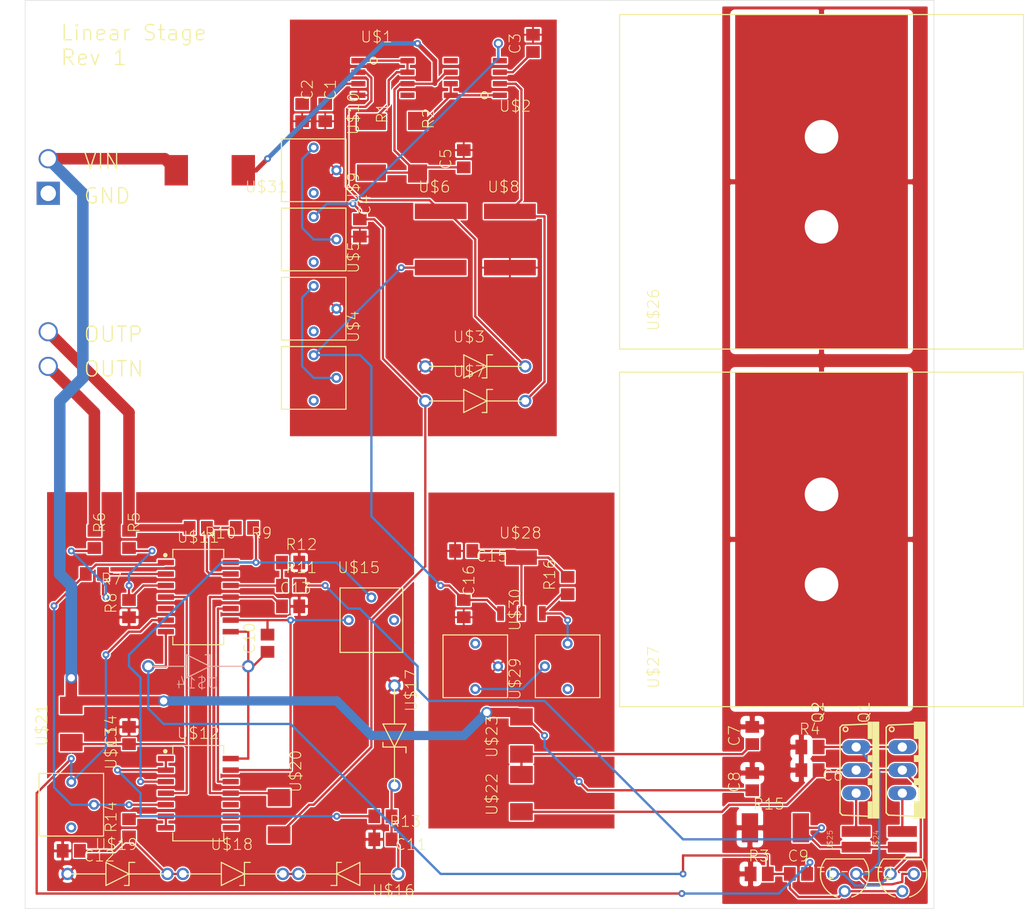
<source format=kicad_pcb>
(kicad_pcb (version 20171130) (host pcbnew "(5.1.8)-1")
  (layers (0 Top signal) (31 Bottom signal) (34 B.Paste user) (35 F.Paste user) (36 B.SilkS user) (37 F.SilkS user) (38 B.Mask user) (39 F.Mask user) (44 Edge.Cuts user))
  (net 0 "")
  (net 1 N$1)
  (net 2 N$2)
  (net 3 PREG)
  (net 4 N$3)
  (net 5 5V)
  (net 6 N$4)
  (net 7 N$5)
  (net 8 N$6)
  (net 9 N$7)
  (net 10 PG3)
  (net 11 AD)
  (net 12 N$9)
  (net 13 N$10)
  (net 14 VIN)
  (net 15 SGP)
  (net 16 VCC)
  (net 17 VGG)
  (net 18 VSET)
  (net 19 ACGP)
  (net 20 N$11)
  (net 21 OUTP)
  (net 22 N$13)
  (net 23 VR)
  (net 24 OUTN)
  (net 25 N$12)
  (net 26 N$8)
  (net 27 ISENSE)
  (net 28 N$16)
  (net 29 VI)
  (net 30 N$14)
  (net 31 N$15)
  (net 32 ISET)
  (net 33 N$17)
  (net 34 IREAD)
  (net 35 VREF)
  (net 36 N$20)
  (net 37 VREAD)
  (net 38 PGP)
  (net 39 N$18)
  (net 40 N$19)
  (net 41 N$21)
  (net 42 V3)
  (net 43 N$24)
  (net 44 DGP)
  (net 45 N$22)
  (net 46 FB3)
  (net 47 FB5)
  (net 48 GND)
  (module C0805 (layer Top) (at 131.5211 67.3736 270)
    (fp_text reference C1 (at -1.27 -1.27 90) (layer F.SilkS) (effects (font (size 1.2065 1.2065) (thickness 0.09652)) (justify left bottom)))
    (fp_text value 1100p)
    (pad 2 smd rect (at 0.95 0 270) (size 1.3 1.5) (layers Top F.Paste F.Mask) (net 15 SGP))
    (pad 1 smd rect (at -0.95 0 270) (size 1.3 1.5) (layers Top F.Paste F.Mask) (net 4 N$3))
  )
  (module C0805 (layer Top) (at 125.1711 125.7936 90)
    (fp_text reference C10 (at -1.27 -1.27 90) (layer F.SilkS) (effects (font (size 1.2065 1.2065) (thickness 0.09652)) (justify left bottom)))
    (fp_text value "")
    (pad 2 smd rect (at 0.95 0 90) (size 1.3 1.5) (layers Top F.Paste F.Mask) (net 31 N$15))
    (pad 1 smd rect (at -0.95 0 90) (size 1.3 1.5) (layers Top F.Paste F.Mask) (net 30 N$14))
  )
  (module C0805 (layer Top) (at 137.8711 147.3836 180)
    (fp_text reference C11 (at -1.27 -1.27) (layer F.SilkS) (effects (font (size 1.2065 1.2065) (thickness 0.09652)) (justify left bottom)))
    (fp_text value "")
    (pad 2 smd rect (at 0.95 0 180) (size 1.3 1.5) (layers Top F.Paste F.Mask) (net 19 ACGP))
    (pad 1 smd rect (at -0.95 0 180) (size 1.3 1.5) (layers Top F.Paste F.Mask) (net 34 IREAD))
  )
  (module C0805 (layer Top) (at 103.5811 148.6536 180)
    (fp_text reference C12 (at -1.27 -1.27) (layer F.SilkS) (effects (font (size 1.2065 1.2065) (thickness 0.09652)) (justify left bottom)))
    (fp_text value "")
    (pad 2 smd rect (at 0.95 0 180) (size 1.3 1.5) (layers Top F.Paste F.Mask) (net 19 ACGP))
    (pad 1 smd rect (at -0.95 0 180) (size 1.3 1.5) (layers Top F.Paste F.Mask) (net 37 VREAD))
  )
  (module C0805 (layer Top) (at 127.7111 121.7296)
    (fp_text reference C13 (at -1.27 -1.27) (layer F.SilkS) (effects (font (size 1.2065 1.2065) (thickness 0.09652)) (justify left bottom)))
    (fp_text value 10u)
    (pad 2 smd rect (at 0.95 0) (size 1.3 1.5) (layers Top F.Paste F.Mask) (net 19 ACGP))
    (pad 1 smd rect (at -0.95 0) (size 1.3 1.5) (layers Top F.Paste F.Mask) (net 17 VGG))
  )
  (module C0805 (layer Top) (at 109.9311 135.9536 90)
    (fp_text reference C14 (at -1.27 -1.27 90) (layer F.SilkS) (effects (font (size 1.2065 1.2065) (thickness 0.09652)) (justify left bottom)))
    (fp_text value 10u)
    (pad 2 smd rect (at 0.95 0 90) (size 1.3 1.5) (layers Top F.Paste F.Mask) (net 19 ACGP))
    (pad 1 smd rect (at -0.95 0 90) (size 1.3 1.5) (layers Top F.Paste F.Mask) (net 16 VCC))
  )
  (module C0805 (layer Top) (at 146.7611 115.6336 180)
    (fp_text reference C15 (at -1.27 -1.27) (layer F.SilkS) (effects (font (size 1.2065 1.2065) (thickness 0.09652)) (justify left bottom)))
    (fp_text value "")
    (pad 2 smd rect (at 0.95 0 180) (size 1.3 1.5) (layers Top F.Paste F.Mask) (net 44 DGP))
    (pad 1 smd rect (at -0.95 0 180) (size 1.3 1.5) (layers Top F.Paste F.Mask) (net 42 V3))
  )
  (module C0805 (layer Top) (at 146.7611 121.9836 270)
    (fp_text reference C16 (at -1.27 -1.27 90) (layer F.SilkS) (effects (font (size 1.2065 1.2065) (thickness 0.09652)) (justify left bottom)))
    (fp_text value "")
    (pad 2 smd rect (at 0.95 0 270) (size 1.3 1.5) (layers Top F.Paste F.Mask) (net 44 DGP))
    (pad 1 smd rect (at -0.95 0 270) (size 1.3 1.5) (layers Top F.Paste F.Mask) (net 5 5V))
  )
  (module C0805 (layer Top) (at 128.9811 67.3736 270)
    (fp_text reference C2 (at -1.27 -1.27 90) (layer F.SilkS) (effects (font (size 1.2065 1.2065) (thickness 0.09652)) (justify left bottom)))
    (fp_text value 10u)
    (pad 2 smd rect (at 0.95 0 270) (size 1.3 1.5) (layers Top F.Paste F.Mask) (net 15 SGP))
    (pad 1 smd rect (at -0.95 0 270) (size 1.3 1.5) (layers Top F.Paste F.Mask) (net 6 N$4))
  )
  (module C0805 (layer Top) (at 154.3811 59.7536 90)
    (fp_text reference C3 (at -1.27 -1.27 90) (layer F.SilkS) (effects (font (size 1.2065 1.2065) (thickness 0.09652)) (justify left bottom)))
    (fp_text value 150p)
    (pad 2 smd rect (at 0.95 0 90) (size 1.3 1.5) (layers Top F.Paste F.Mask) (net 15 SGP))
    (pad 1 smd rect (at -0.95 0 90) (size 1.3 1.5) (layers Top F.Paste F.Mask) (net 8 N$6))
  )
  (module C0805 (layer Top) (at 135.3311 80.0736 270)
    (fp_text reference C4 (at -1.27 -1.27 90) (layer F.SilkS) (effects (font (size 1.2065 1.2065) (thickness 0.09652)) (justify left bottom)))
    (fp_text value 10u)
    (pad 2 smd rect (at 0.95 0 270) (size 1.3 1.5) (layers Top F.Paste F.Mask) (net 15 SGP))
    (pad 1 smd rect (at -0.95 0 270) (size 1.3 1.5) (layers Top F.Paste F.Mask) (net 10 PG3))
  )
  (module C0805 (layer Top) (at 146.7611 72.4536 90)
    (fp_text reference C5 (at -1.27 -1.27 90) (layer F.SilkS) (effects (font (size 1.2065 1.2065) (thickness 0.09652)) (justify left bottom)))
    (fp_text value 10u)
    (pad 2 smd rect (at 0.95 0 90) (size 1.3 1.5) (layers Top F.Paste F.Mask) (net 15 SGP))
    (pad 1 smd rect (at -0.95 0 90) (size 1.3 1.5) (layers Top F.Paste F.Mask) (net 3 PREG))
  )
  (module C0805 (layer Top) (at 184.8611 139.7636 180)
    (fp_text reference C6 (at -1.27 -1.27) (layer F.SilkS) (effects (font (size 1.2065 1.2065) (thickness 0.09652)) (justify left bottom)))
    (fp_text value 10u)
    (pad 2 smd rect (at 0.95 0 180) (size 1.3 1.5) (layers Top F.Paste F.Mask) (net 38 PGP))
    (pad 1 smd rect (at -0.95 0 180) (size 1.3 1.5) (layers Top F.Paste F.Mask) (net 12 N$9))
  )
  (module C0805 (layer Top) (at 178.5111 135.9536 90)
    (fp_text reference C7 (at -1.27 -1.27 90) (layer F.SilkS) (effects (font (size 1.2065 1.2065) (thickness 0.09652)) (justify left bottom)))
    (fp_text value 10u)
    (pad 2 smd rect (at 0.95 0 90) (size 1.3 1.5) (layers Top F.Paste F.Mask) (net 38 PGP))
    (pad 1 smd rect (at -0.95 0 90) (size 1.3 1.5) (layers Top F.Paste F.Mask) (net 39 N$18))
  )
  (module C0805 (layer Top) (at 178.5111 141.0336 90)
    (fp_text reference C8 (at -1.27 -1.27 90) (layer F.SilkS) (effects (font (size 1.2065 1.2065) (thickness 0.09652)) (justify left bottom)))
    (fp_text value 10u)
    (pad 2 smd rect (at 0.95 0 90) (size 1.3 1.5) (layers Top F.Paste F.Mask) (net 38 PGP))
    (pad 1 smd rect (at -0.95 0 90) (size 1.3 1.5) (layers Top F.Paste F.Mask) (net 14 VIN))
  )
  (module C0805 (layer Top) (at 183.5911 151.1936)
    (fp_text reference C9 (at -1.27 -1.27) (layer F.SilkS) (effects (font (size 1.2065 1.2065) (thickness 0.09652)) (justify left bottom)))
    (fp_text value "")
    (pad 2 smd rect (at 0.95 0) (size 1.3 1.5) (layers Top F.Paste F.Mask) (net 25 N$12))
    (pad 1 smd rect (at -0.95 0) (size 1.3 1.5) (layers Top F.Paste F.Mask) (net 11 AD))
  )
  (module TO220AV (layer Top) (at 197.5611 139.7636 270)
    (fp_text reference Q1 (at -5.08 6.0452 90) (layer F.SilkS) (effects (font (size 1.2065 1.2065) (thickness 0.12065)) (justify left bottom)))
    (fp_text value TIP41C)
    (pad E thru_hole oval (at 2.54 2.54) (size 3.048 1.524) (drill 1.016) (layers *.Cu *.Mask) (net 40 N$19))
    (pad C thru_hole oval (at 0 2.54) (size 3.048 1.524) (drill 1.016) (layers *.Cu *.Mask) (net 12 N$9))
    (pad B thru_hole oval (at -2.54 2.54) (size 3.048 1.524) (drill 1.016) (layers *.Cu *.Mask) (net 13 N$10))
  )
  (module TO220AV (layer Top) (at 192.4811 139.7636 270)
    (fp_text reference Q2 (at -5.08 6.0452 90) (layer F.SilkS) (effects (font (size 1.2065 1.2065) (thickness 0.12065)) (justify left bottom)))
    (fp_text value TIP41C)
    (pad E thru_hole oval (at 2.54 2.54) (size 3.048 1.524) (drill 1.016) (layers *.Cu *.Mask) (net 41 N$21))
    (pad C thru_hole oval (at 0 2.54) (size 3.048 1.524) (drill 1.016) (layers *.Cu *.Mask) (net 12 N$9))
    (pad B thru_hole oval (at -2.54 2.54) (size 3.048 1.524) (drill 1.016) (layers *.Cu *.Mask) (net 13 N$10))
  )
  (module R2512 (layer Top) (at 136.6011 71.1836 270)
    (fp_text reference R1 (at -2.54 -1.905 90) (layer F.SilkS) (effects (font (size 1.2065 1.2065) (thickness 0.09652)) (justify left bottom)))
    (fp_text value .3)
    (pad 2 smd rect (at 2.8 0 270) (size 1.8 3.2) (layers Top F.Paste F.Mask) (net 3 PREG))
    (pad 1 smd rect (at -2.8 0 270) (size 1.8 3.2) (layers Top F.Paste F.Mask) (net 2 N$2))
  )
  (module R0805 (layer Top) (at 117.5511 113.0936 180)
    (fp_text reference R10 (at -0.635 -1.27) (layer F.SilkS) (effects (font (size 1.2065 1.2065) (thickness 0.09652)) (justify left bottom)))
    (fp_text value "")
    (pad 2 smd rect (at 0.95 0 180) (size 1.3 1.5) (layers Top F.Paste F.Mask) (net 21 OUTP))
    (pad 1 smd rect (at -0.95 0 180) (size 1.3 1.5) (layers Top F.Paste F.Mask) (net 28 N$16))
  )
  (module R0805 (layer Top) (at 127.7111 119.4436)
    (fp_text reference R11 (at -0.635 -1.27) (layer F.SilkS) (effects (font (size 1.2065 1.2065) (thickness 0.09652)) (justify left bottom)))
    (fp_text value "")
    (pad 2 smd rect (at 0.95 0) (size 1.3 1.5) (layers Top F.Paste F.Mask) (net 27 ISENSE))
    (pad 1 smd rect (at -0.95 0) (size 1.3 1.5) (layers Top F.Paste F.Mask) (net 26 N$8))
  )
  (module R0805 (layer Top) (at 127.7111 116.9036)
    (fp_text reference R12 (at -0.635 -1.27) (layer F.SilkS) (effects (font (size 1.2065 1.2065) (thickness 0.09652)) (justify left bottom)))
    (fp_text value "")
    (pad 2 smd rect (at 0.95 0) (size 1.3 1.5) (layers Top F.Paste F.Mask) (net 19 ACGP))
    (pad 1 smd rect (at -0.95 0) (size 1.3 1.5) (layers Top F.Paste F.Mask) (net 26 N$8))
  )
  (module R0805 (layer Top) (at 137.8711 144.8436 180)
    (fp_text reference R13 (at -0.635 -1.27) (layer F.SilkS) (effects (font (size 1.2065 1.2065) (thickness 0.09652)) (justify left bottom)))
    (fp_text value "")
    (pad 2 smd rect (at 0.95 0 180) (size 1.3 1.5) (layers Top F.Paste F.Mask) (net 33 N$17))
    (pad 1 smd rect (at -0.95 0 180) (size 1.3 1.5) (layers Top F.Paste F.Mask) (net 34 IREAD))
  )
  (module R0805 (layer Top) (at 109.9311 146.1136 90)
    (fp_text reference R14 (at -0.635 -1.27 90) (layer F.SilkS) (effects (font (size 1.2065 1.2065) (thickness 0.09652)) (justify left bottom)))
    (fp_text value "")
    (pad 2 smd rect (at 0.95 0 90) (size 1.3 1.5) (layers Top F.Paste F.Mask) (net 36 N$20))
    (pad 1 smd rect (at -0.95 0 90) (size 1.3 1.5) (layers Top F.Paste F.Mask) (net 37 VREAD))
  )
  (module R2512 (layer Top) (at 181.0511 146.1136)
    (fp_text reference R15 (at -2.54 -1.905) (layer F.SilkS) (effects (font (size 1.2065 1.2065) (thickness 0.09652)) (justify left bottom)))
    (fp_text value "")
    (pad 2 smd rect (at 2.8 0) (size 1.8 3.2) (layers Top F.Paste F.Mask) (net 27 ISENSE))
    (pad 1 smd rect (at -2.8 0) (size 1.8 3.2) (layers Top F.Paste F.Mask) (net 38 PGP))
  )
  (module R0805 (layer Top) (at 158.1911 119.4436 90)
    (fp_text reference R16 (at -0.635 -1.27 90) (layer F.SilkS) (effects (font (size 1.2065 1.2065) (thickness 0.09652)) (justify left bottom)))
    (fp_text value "")
    (pad 2 smd rect (at 0.95 0 90) (size 1.3 1.5) (layers Top F.Paste F.Mask) (net 42 V3))
    (pad 1 smd rect (at -0.95 0 90) (size 1.3 1.5) (layers Top F.Paste F.Mask) (net 43 N$24))
  )
  (module R2512W (layer Top) (at 141.6811 71.1836 270)
    (fp_text reference R2 (at -1.905 -1.905 90) (layer F.SilkS) (effects (font (size 1.2065 1.2065) (thickness 0.09652)) (justify left bottom)))
    (fp_text value .44)
    (pad 2 smd rect (at 2.896 0 270) (size 2 2.1) (layers Top F.Paste F.Mask) (net 3 PREG))
    (pad 1 smd rect (at -2.896 0 270) (size 2 2.1) (layers Top F.Paste F.Mask) (net 7 N$5))
  )
  (module M0805 (layer Top) (at 179.2731 151.1936)
    (fp_text reference R3 (at -1.27 -1.27) (layer F.SilkS) (effects (font (size 1.2065 1.2065) (thickness 0.09652)) (justify left bottom)))
    (fp_text value 6k)
    (pad 2 smd rect (at 0.95 0) (size 1.3 1.6) (layers Top F.Paste F.Mask) (net 11 AD))
    (pad 1 smd rect (at -0.95 0) (size 1.3 1.6) (layers Top F.Paste F.Mask) (net 38 PGP))
  )
  (module M0805 (layer Top) (at 184.8611 137.2236)
    (fp_text reference R4 (at -1.27 -1.27) (layer F.SilkS) (effects (font (size 1.2065 1.2065) (thickness 0.09652)) (justify left bottom)))
    (fp_text value 6k)
    (pad 2 smd rect (at 0.95 0) (size 1.3 1.6) (layers Top F.Paste F.Mask) (net 13 N$10))
    (pad 1 smd rect (at -0.95 0) (size 1.3 1.6) (layers Top F.Paste F.Mask) (net 38 PGP))
  )
  (module R0805 (layer Top) (at 109.9311 114.3636 270)
    (fp_text reference R5 (at -0.635 -1.27 90) (layer F.SilkS) (effects (font (size 1.2065 1.2065) (thickness 0.09652)) (justify left bottom)))
    (fp_text value "")
    (pad 2 smd rect (at 0.95 0 270) (size 1.3 1.5) (layers Top F.Paste F.Mask) (net 20 N$11))
    (pad 1 smd rect (at -0.95 0 270) (size 1.3 1.5) (layers Top F.Paste F.Mask) (net 21 OUTP))
  )
  (module R0805 (layer Top) (at 106.1211 114.3636 270)
    (fp_text reference R6 (at -0.635 -1.27 90) (layer F.SilkS) (effects (font (size 1.2065 1.2065) (thickness 0.09652)) (justify left bottom)))
    (fp_text value "")
    (pad 2 smd rect (at 0.95 0 270) (size 1.3 1.5) (layers Top F.Paste F.Mask) (net 22 N$13))
    (pad 1 smd rect (at -0.95 0 270) (size 1.3 1.5) (layers Top F.Paste F.Mask) (net 24 OUTN))
  )
  (module R0805 (layer Top) (at 106.1211 118.1736 180)
    (fp_text reference R7 (at -0.635 -1.27) (layer F.SilkS) (effects (font (size 1.2065 1.2065) (thickness 0.09652)) (justify left bottom)))
    (fp_text value "")
    (pad 2 smd rect (at 0.95 0 180) (size 1.3 1.5) (layers Top F.Paste F.Mask) (net 23 VR))
    (pad 1 smd rect (at -0.95 0 180) (size 1.3 1.5) (layers Top F.Paste F.Mask) (net 22 N$13))
  )
  (module R0805 (layer Top) (at 109.9311 121.9836 90)
    (fp_text reference R8 (at -0.635 -1.27 90) (layer F.SilkS) (effects (font (size 1.2065 1.2065) (thickness 0.09652)) (justify left bottom)))
    (fp_text value "")
    (pad 2 smd rect (at 0.95 0 90) (size 1.3 1.5) (layers Top F.Paste F.Mask) (net 20 N$11))
    (pad 1 smd rect (at -0.95 0 90) (size 1.3 1.5) (layers Top F.Paste F.Mask) (net 19 ACGP))
  )
  (module R0805 (layer Top) (at 122.6311 113.0936 180)
    (fp_text reference R9 (at -0.635 -1.27) (layer F.SilkS) (effects (font (size 1.2065 1.2065) (thickness 0.09652)) (justify left bottom)))
    (fp_text value "")
    (pad 2 smd rect (at 0.95 0 180) (size 1.3 1.5) (layers Top F.Paste F.Mask) (net 28 N$16))
    (pad 1 smd rect (at -0.95 0 180) (size 1.3 1.5) (layers Top F.Paste F.Mask) (net 29 VI))
  )
  (module TO92 (layer Top) (at 188.6711 151.1936 180)
    (fp_text reference T1 (at 3.175 -0.635) (layer F.SilkS) (effects (font (size 1.2065 1.2065) (thickness 0.12065)) (justify left bottom)))
    (fp_text value 2N3904)
    (pad 3 thru_hole circle (at -1.27 0 180) (size 1.3208 1.3208) (drill 0.8128) (layers *.Cu *.Mask) (net 13 N$10))
    (pad 2 thru_hole circle (at 0 -1.905 180) (size 1.3208 1.3208) (drill 0.8128) (layers *.Cu *.Mask) (net 11 AD))
    (pad 1 thru_hole circle (at 1.27 0 180) (size 1.3208 1.3208) (drill 0.8128) (layers *.Cu *.Mask) (net 12 N$9))
  )
  (module TO92 (layer Top) (at 195.0211 151.1936 180)
    (fp_text reference T2 (at 3.175 -0.635) (layer F.SilkS) (effects (font (size 1.2065 1.2065) (thickness 0.12065)) (justify left bottom)))
    (fp_text value 2N3904)
    (pad 3 thru_hole circle (at -1.27 0 180) (size 1.3208 1.3208) (drill 0.8128) (layers *.Cu *.Mask) (net 13 N$10))
    (pad 2 thru_hole circle (at 0 -1.905 180) (size 1.3208 1.3208) (drill 0.8128) (layers *.Cu *.Mask) (net 11 AD))
    (pad 1 thru_hole circle (at 1.27 0 180) (size 1.3208 1.3208) (drill 0.8128) (layers *.Cu *.Mask) (net 12 N$9))
  )
  (module MC33063A (layer Top) (at 137.8711 63.5636)
    (fp_text reference U$1 (at -2.54 -3.81) (layer F.SilkS) (effects (font (size 1.2065 1.2065) (thickness 0.09652)) (justify left bottom)))
    (fp_text value MC33063A-Q1)
    (pad P$8 smd rect (at 2.7 -1.905) (size 1.55 0.6) (layers Top F.Paste F.Mask) (net 2 N$2))
    (pad P$7 smd rect (at 2.7 -0.635) (size 1.55 0.6) (layers Top F.Paste F.Mask) (net 2 N$2))
    (pad P$6 smd rect (at 2.7 0.635) (size 1.55 0.6) (layers Top F.Paste F.Mask) (net 3 PREG))
    (pad P$5 smd rect (at 2.7 1.905) (size 1.55 0.6) (layers Top F.Paste F.Mask))
    (pad P$4 smd rect (at -2.7 1.905) (size 1.55 0.6) (layers Top F.Paste F.Mask) (net 15 SGP))
    (pad P$3 smd rect (at -2.7 0.635) (size 1.55 0.6) (layers Top F.Paste F.Mask) (net 4 N$3))
    (pad P$2 smd rect (at -2.7 -0.635) (size 1.55 0.6) (layers Top F.Paste F.Mask) (net 1 N$1))
    (pad P$1 smd rect (at -2.7 -1.905) (size 1.55 0.6) (layers Top F.Paste F.Mask) (net 2 N$2))
  )
  (module 3362P-1-502 (layer Top) (at 130.2511 73.7236 270)
    (fp_text reference U$10 (at -3.81 -5.08 90) (layer F.SilkS) (effects (font (size 1.2065 1.2065) (thickness 0.09652)) (justify left bottom)))
    (fp_text value 3362P-1-502)
    (pad P$3 thru_hole circle (at -2.5 0 270) (size 1.108 1.108) (drill 0.6) (layers *.Cu *.Mask) (net 46 FB3))
    (pad P$2 thru_hole circle (at 0 -2.5 270) (size 1.108 1.108) (drill 0.6) (layers *.Cu *.Mask) (net 15 SGP))
    (pad P$1 thru_hole circle (at 2.5 0 270) (size 1.108 1.108) (drill 0.6) (layers *.Cu *.Mask))
  )
  (module SOIC127P780X200-14N (layer Top) (at 117.5511 120.7136)
    (fp_text reference U$11 (at 0 -5.885) (layer F.SilkS) (effects (font (size 1.2065 1.2065) (thickness 0.09652)) (justify bottom)))
    (fp_text value TL084HTL084H)
    (pad 14 smd rect (at 3.567 -3.81) (size 1.7737 0.6052) (layers Top F.Paste F.Mask) (net 29 VI))
    (pad 13 smd rect (at 3.567 -2.54) (size 1.7737 0.6052) (layers Top F.Paste F.Mask) (net 28 N$16))
    (pad 12 smd rect (at 3.567 -1.27) (size 1.7737 0.6052) (layers Top F.Paste F.Mask) (net 26 N$8))
    (pad 11 smd rect (at 3.567 0) (size 1.7737 0.6052) (layers Top F.Paste F.Mask) (net 17 VGG))
    (pad 10 smd rect (at 3.567 1.27) (size 1.7737 0.6052) (layers Top F.Paste F.Mask) (net 32 ISET))
    (pad 9 smd rect (at 3.567 2.54) (size 1.7737 0.6052) (layers Top F.Paste F.Mask) (net 31 N$15))
    (pad 8 smd rect (at 3.567 3.81) (size 1.7737 0.6052) (layers Top F.Paste F.Mask) (net 30 N$14))
    (pad 7 smd rect (at -3.567 3.81) (size 1.7737 0.6052) (layers Top F.Paste F.Mask) (net 11 AD))
    (pad 6 smd rect (at -3.567 2.54) (size 1.7737 0.6052) (layers Top F.Paste F.Mask) (net 25 N$12))
    (pad 5 smd rect (at -3.567 1.27) (size 1.7737 0.6052) (layers Top F.Paste F.Mask) (net 18 VSET))
    (pad 4 smd rect (at -3.567 0) (size 1.7737 0.6052) (layers Top F.Paste F.Mask) (net 16 VCC))
    (pad 3 smd rect (at -3.567 -1.27) (size 1.7737 0.6052) (layers Top F.Paste F.Mask) (net 20 N$11))
    (pad 2 smd rect (at -3.567 -2.54) (size 1.7737 0.6052) (layers Top F.Paste F.Mask) (net 22 N$13))
    (pad 1 smd rect (at -3.567 -3.81) (size 1.7737 0.6052) (layers Top F.Paste F.Mask) (net 23 VR))
  )
  (module SOIC127P780X200-14N (layer Top) (at 117.5511 142.3036)
    (fp_text reference U$12 (at 0 -5.885) (layer F.SilkS) (effects (font (size 1.2065 1.2065) (thickness 0.09652)) (justify bottom)))
    (fp_text value TL084HTL084H)
    (pad 14 smd rect (at 3.567 -3.81) (size 1.7737 0.6052) (layers Top F.Paste F.Mask) (net 30 N$14))
    (pad 13 smd rect (at 3.567 -2.54) (size 1.7737 0.6052) (layers Top F.Paste F.Mask) (net 31 N$15))
    (pad 12 smd rect (at 3.567 -1.27) (size 1.7737 0.6052) (layers Top F.Paste F.Mask) (net 32 ISET))
    (pad 11 smd rect (at 3.567 0) (size 1.7737 0.6052) (layers Top F.Paste F.Mask) (net 17 VGG))
    (pad 10 smd rect (at 3.567 1.27) (size 1.7737 0.6052) (layers Top F.Paste F.Mask))
    (pad 9 smd rect (at 3.567 2.54) (size 1.7737 0.6052) (layers Top F.Paste F.Mask))
    (pad 8 smd rect (at 3.567 3.81) (size 1.7737 0.6052) (layers Top F.Paste F.Mask))
    (pad 7 smd rect (at -3.567 3.81) (size 1.7737 0.6052) (layers Top F.Paste F.Mask) (net 36 N$20))
    (pad 6 smd rect (at -3.567 2.54) (size 1.7737 0.6052) (layers Top F.Paste F.Mask) (net 36 N$20))
    (pad 5 smd rect (at -3.567 1.27) (size 1.7737 0.6052) (layers Top F.Paste F.Mask) (net 23 VR))
    (pad 4 smd rect (at -3.567 0) (size 1.7737 0.6052) (layers Top F.Paste F.Mask) (net 16 VCC))
    (pad 3 smd rect (at -3.567 -1.27) (size 1.7737 0.6052) (layers Top F.Paste F.Mask) (net 29 VI))
    (pad 2 smd rect (at -3.567 -2.54) (size 1.7737 0.6052) (layers Top F.Paste F.Mask) (net 33 N$17))
    (pad 1 smd rect (at -3.567 -3.81) (size 1.7737 0.6052) (layers Top F.Paste F.Mask) (net 33 N$17))
  )
  (module 3362P-1-502 (layer Top) (at 103.5811 143.5736 270)
    (fp_text reference U$13 (at -3.81 -5.08 90) (layer F.SilkS) (effects (font (size 1.2065 1.2065) (thickness 0.09652)) (justify left bottom)))
    (fp_text value 3362P-1-502)
    (pad P$3 thru_hole circle (at -2.5 0 270) (size 1.108 1.108) (drill 0.6) (layers *.Cu *.Mask) (net 25 N$12))
    (pad P$2 thru_hole circle (at 0 -2.5 270) (size 1.108 1.108) (drill 0.6) (layers *.Cu *.Mask) (net 23 VR))
    (pad P$1 thru_hole circle (at 2.5 0 270) (size 1.108 1.108) (drill 0.6) (layers *.Cu *.Mask))
  )
  (module 1N58XX (layer Bottom) (at 117.5511 128.3336)
    (fp_text reference U$14 (at -2.54 2.54) (layer B.SilkS) (effects (font (size 1.2065 1.2065) (thickness 0.09652)) (justify right bottom mirror)))
    (fp_text value 1N58XX)
    (pad C thru_hole circle (at 5.5 0) (size 1.358 1.358) (drill 0.85) (layers *.Cu *.Mask) (net 30 N$14))
    (pad A thru_hole circle (at -5.5 0) (size 1.358 1.358) (drill 0.85) (layers *.Cu *.Mask) (net 11 AD))
  )
  (module 3362P-1-502 (layer Top) (at 136.6011 123.2536)
    (fp_text reference U$15 (at -3.81 -5.08) (layer F.SilkS) (effects (font (size 1.2065 1.2065) (thickness 0.09652)) (justify left bottom)))
    (fp_text value 3362P-1-502)
    (pad P$3 thru_hole circle (at -2.5 0) (size 1.108 1.108) (drill 0.6) (layers *.Cu *.Mask) (net 31 N$15))
    (pad P$2 thru_hole circle (at 0 -2.5) (size 1.108 1.108) (drill 0.6) (layers *.Cu *.Mask) (net 29 VI))
    (pad P$1 thru_hole circle (at 2.5 0) (size 1.108 1.108) (drill 0.6) (layers *.Cu *.Mask))
  )
  (module 1N58XX (layer Top) (at 134.0611 151.1936 180)
    (fp_text reference U$16 (at -2.54 -2.54) (layer F.SilkS) (effects (font (size 1.2065 1.2065) (thickness 0.09652)) (justify left bottom)))
    (fp_text value 1N58XX)
    (pad C thru_hole circle (at 5.5 0 180) (size 1.358 1.358) (drill 0.85) (layers *.Cu *.Mask) (net 35 VREF))
    (pad A thru_hole circle (at -5.5 0 180) (size 1.358 1.358) (drill 0.85) (layers *.Cu *.Mask) (net 34 IREAD))
  )
  (module 1N58XX (layer Top) (at 139.1411 135.9536 270)
    (fp_text reference U$17 (at -2.54 -2.54 90) (layer F.SilkS) (effects (font (size 1.2065 1.2065) (thickness 0.09652)) (justify left bottom)))
    (fp_text value 1N58XX)
    (pad C thru_hole circle (at 5.5 0 270) (size 1.358 1.358) (drill 0.85) (layers *.Cu *.Mask) (net 34 IREAD))
    (pad A thru_hole circle (at -5.5 0 270) (size 1.358 1.358) (drill 0.85) (layers *.Cu *.Mask) (net 19 ACGP))
  )
  (module 1N58XX (layer Top) (at 121.3611 151.1936)
    (fp_text reference U$18 (at -2.54 -2.54) (layer F.SilkS) (effects (font (size 1.2065 1.2065) (thickness 0.09652)) (justify left bottom)))
    (fp_text value 1N58XX)
    (pad C thru_hole circle (at 5.5 0) (size 1.358 1.358) (drill 0.85) (layers *.Cu *.Mask) (net 35 VREF))
    (pad A thru_hole circle (at -5.5 0) (size 1.358 1.358) (drill 0.85) (layers *.Cu *.Mask) (net 37 VREAD))
  )
  (module 1N58XX (layer Top) (at 108.6611 151.1936)
    (fp_text reference U$19 (at -2.54 -2.54) (layer F.SilkS) (effects (font (size 1.2065 1.2065) (thickness 0.09652)) (justify left bottom)))
    (fp_text value 1N58XX)
    (pad C thru_hole circle (at 5.5 0) (size 1.358 1.358) (drill 0.85) (layers *.Cu *.Mask) (net 37 VREAD))
    (pad A thru_hole circle (at -5.5 0) (size 1.358 1.358) (drill 0.85) (layers *.Cu *.Mask) (net 19 ACGP))
  )
  (module MC33063A (layer Top) (at 148.0311 63.5636 180)
    (fp_text reference U$2 (at -2.54 -3.81) (layer F.SilkS) (effects (font (size 1.2065 1.2065) (thickness 0.09652)) (justify left bottom)))
    (fp_text value MC33063A-Q1)
    (pad P$8 smd rect (at 2.7 -1.905 180) (size 1.55 0.6) (layers Top F.Paste F.Mask) (net 7 N$5))
    (pad P$7 smd rect (at 2.7 -0.635 180) (size 1.55 0.6) (layers Top F.Paste F.Mask) (net 7 N$5))
    (pad P$6 smd rect (at 2.7 0.635 180) (size 1.55 0.6) (layers Top F.Paste F.Mask) (net 3 PREG))
    (pad P$5 smd rect (at 2.7 1.905 180) (size 1.55 0.6) (layers Top F.Paste F.Mask))
    (pad P$4 smd rect (at -2.7 1.905 180) (size 1.55 0.6) (layers Top F.Paste F.Mask) (net 10 PG3))
    (pad P$3 smd rect (at -2.7 0.635 180) (size 1.55 0.6) (layers Top F.Paste F.Mask) (net 8 N$6))
    (pad P$2 smd rect (at -2.7 -0.635 180) (size 1.55 0.6) (layers Top F.Paste F.Mask) (net 9 N$7))
    (pad P$1 smd rect (at -2.7 -1.905 180) (size 1.55 0.6) (layers Top F.Paste F.Mask) (net 7 N$5))
  )
  (module MS0530 (layer Top) (at 126.4411 144.8436 270)
    (fp_text reference U$20 (at -2.54 -2.54 90) (layer F.SilkS) (effects (font (size 1.2065 1.2065) (thickness 0.09652)) (justify left bottom)))
    (fp_text value MS0530)
    (pad P$2 smd rect (at 2.05 0 270) (size 1.9 2.5) (layers Top F.Paste F.Mask) (net 10 PG3))
    (pad P$1 smd rect (at -2.05 0 270) (size 1.9 2.5) (layers Top F.Paste F.Mask) (net 17 VGG))
  )
  (module MS0530 (layer Top) (at 103.5811 134.6836 90)
    (fp_text reference U$21 (at -2.54 -2.54 90) (layer F.SilkS) (effects (font (size 1.2065 1.2065) (thickness 0.09652)) (justify left bottom)))
    (fp_text value MS0530)
    (pad P$2 smd rect (at 2.05 0 90) (size 1.9 2.5) (layers Top F.Paste F.Mask) (net 14 VIN))
    (pad P$1 smd rect (at -2.05 0 90) (size 1.9 2.5) (layers Top F.Paste F.Mask) (net 16 VCC))
  )
  (module MS0530 (layer Top) (at 153.1111 142.3036 90)
    (fp_text reference U$22 (at -2.54 -2.54 90) (layer F.SilkS) (effects (font (size 1.2065 1.2065) (thickness 0.09652)) (justify left bottom)))
    (fp_text value MS0530)
    (pad P$2 smd rect (at 2.05 0 90) (size 1.9 2.5) (layers Top F.Paste F.Mask) (net 39 N$18))
    (pad P$1 smd rect (at -2.05 0 90) (size 1.9 2.5) (layers Top F.Paste F.Mask) (net 12 N$9))
  )
  (module MS0530 (layer Top) (at 153.1111 135.9536 90)
    (fp_text reference U$23 (at -2.54 -2.54 90) (layer F.SilkS) (effects (font (size 1.2065 1.2065) (thickness 0.09652)) (justify left bottom)))
    (fp_text value MS0530)
    (pad P$2 smd rect (at 2.05 0 90) (size 1.9 2.5) (layers Top F.Paste F.Mask) (net 14 VIN))
    (pad P$1 smd rect (at -2.05 0 90) (size 1.9 2.5) (layers Top F.Paste F.Mask) (net 39 N$18))
  )
  (module LTR18 (layer Top) (at 195.0211 147.3836 90)
    (fp_text reference U$24 (at -1.27 -2.54 90) (layer F.SilkS) (effects (font (size 0.57912 0.57912) (thickness 0.046329)) (justify left bottom)))
    (fp_text value LTR18)
    (pad P$2 smd rect (at 0.865 0 90) (size 1.18 3.2) (layers Top F.Paste F.Mask) (net 40 N$19))
    (pad P$1 smd rect (at -0.865 0 90) (size 1.18 3.2) (layers Top F.Paste F.Mask) (net 27 ISENSE))
  )
  (module LTR18 (layer Top) (at 189.9411 147.3836 90)
    (fp_text reference U$25 (at -1.27 -2.54 90) (layer F.SilkS) (effects (font (size 0.57912 0.57912) (thickness 0.046329)) (justify left bottom)))
    (fp_text value LTR18)
    (pad P$2 smd rect (at 0.865 0 90) (size 1.18 3.2) (layers Top F.Paste F.Mask) (net 41 N$21))
    (pad P$1 smd rect (at -0.865 0 90) (size 1.18 3.2) (layers Top F.Paste F.Mask) (net 27 ISENSE))
  )
  (module ATS-PCBT1090 (layer Top) (at 186.1311 74.9936)
    (fp_text reference U$26 (at -17.78 16.51 90) (layer F.SilkS) (effects (font (size 1.2065 1.2065) (thickness 0.09652)) (justify left bottom)))
    (fp_text value ATS-PCBT1090)
    (pad "" np_thru_hole circle (at 0 4.955) (size 3.7 3.7) (drill 3.7) (layers *.Cu *.Mask))
    (pad "" np_thru_hole circle (at 0 -4.955) (size 3.7 3.7) (drill 3.7) (layers *.Cu *.Mask))
    (pad P$1 smd rect (at 0 0) (size 19 36.83) (layers Top F.Paste F.Mask) (net 38 PGP))
  )
  (module ATS-PCBT1090 (layer Top) (at 186.1311 114.3636)
    (fp_text reference U$27 (at -17.78 16.51 90) (layer F.SilkS) (effects (font (size 1.2065 1.2065) (thickness 0.09652)) (justify left bottom)))
    (fp_text value ATS-PCBT1090)
    (pad "" np_thru_hole circle (at 0 4.955) (size 3.7 3.7) (drill 3.7) (layers *.Cu *.Mask))
    (pad "" np_thru_hole circle (at 0 -4.955) (size 3.7 3.7) (drill 3.7) (layers *.Cu *.Mask))
    (pad P$1 smd rect (at 0 0) (size 19 36.83) (layers Top F.Paste F.Mask) (net 38 PGP))
  )
  (module LM317 (layer Top) (at 153.1111 119.4436)
    (fp_text reference U$28 (at -2.54 -5.08) (layer F.SilkS) (effects (font (size 1.2065 1.2065) (thickness 0.09652)) (justify left bottom)))
    (fp_text value LM317)
    (pad O2 smd rect (at 0 -3.075) (size 3.4 1.6) (layers Top F.Paste F.Mask) (net 42 V3))
    (pad ADJ smd rect (at 2.3 3.075) (size 0.75 1.6) (layers Top F.Paste F.Mask) (net 43 N$24))
    (pad O1 smd rect (at 0 3.075) (size 0.75 1.6) (layers Top F.Paste F.Mask) (net 42 V3))
    (pad IN smd rect (at -2.3 3.075) (size 0.75 1.6) (layers Top F.Paste F.Mask) (net 5 5V))
  )
  (module 3362P-1-502 (layer Top) (at 158.1911 128.3336 90)
    (fp_text reference U$29 (at -3.81 -5.08 90) (layer F.SilkS) (effects (font (size 1.2065 1.2065) (thickness 0.09652)) (justify left bottom)))
    (fp_text value 3362P-1-502)
    (pad P$3 thru_hole circle (at -2.5 0 90) (size 1.108 1.108) (drill 0.6) (layers *.Cu *.Mask))
    (pad P$2 thru_hole circle (at 0 -2.5 90) (size 1.108 1.108) (drill 0.6) (layers *.Cu *.Mask) (net 45 N$22))
    (pad P$1 thru_hole circle (at 2.5 0 90) (size 1.108 1.108) (drill 0.6) (layers *.Cu *.Mask) (net 43 N$24))
  )
  (module 1N58XX (layer Top) (at 148.0311 95.3136)
    (fp_text reference U$3 (at -2.54 -2.54) (layer F.SilkS) (effects (font (size 1.2065 1.2065) (thickness 0.09652)) (justify left bottom)))
    (fp_text value 1N58XX)
    (pad C thru_hole circle (at 5.5 0) (size 1.358 1.358) (drill 0.85) (layers *.Cu *.Mask) (net 1 N$1))
    (pad A thru_hole circle (at -5.5 0) (size 1.358 1.358) (drill 0.85) (layers *.Cu *.Mask) (net 15 SGP))
  )
  (module 3362P-1-502 (layer Top) (at 148.0311 128.3336 270)
    (fp_text reference U$30 (at -3.81 -5.08 90) (layer F.SilkS) (effects (font (size 1.2065 1.2065) (thickness 0.09652)) (justify left bottom)))
    (fp_text value 3362P-1-502)
    (pad P$3 thru_hole circle (at -2.5 0 270) (size 1.108 1.108) (drill 0.6) (layers *.Cu *.Mask))
    (pad P$2 thru_hole circle (at 0 -2.5 270) (size 1.108 1.108) (drill 0.6) (layers *.Cu *.Mask) (net 44 DGP))
    (pad P$1 thru_hole circle (at 2.5 0 270) (size 1.108 1.108) (drill 0.6) (layers *.Cu *.Mask) (net 45 N$22))
  )
  (module 3362P-1-502 (layer Top) (at 130.2511 96.5836 270)
    (fp_text reference U$4 (at -3.81 -5.08 90) (layer F.SilkS) (effects (font (size 1.2065 1.2065) (thickness 0.09652)) (justify left bottom)))
    (fp_text value 3362P-1-502)
    (pad P$3 thru_hole circle (at -2.5 0 270) (size 1.108 1.108) (drill 0.6) (layers *.Cu *.Mask) (net 5 5V))
    (pad P$2 thru_hole circle (at 0 -2.5 270) (size 1.108 1.108) (drill 0.6) (layers *.Cu *.Mask) (net 47 FB5))
    (pad P$1 thru_hole circle (at 2.5 0 270) (size 1.108 1.108) (drill 0.6) (layers *.Cu *.Mask))
  )
  (module 3362P-1-502 (layer Top) (at 130.2511 88.9636 270)
    (fp_text reference U$5 (at -3.81 -5.08 90) (layer F.SilkS) (effects (font (size 1.2065 1.2065) (thickness 0.09652)) (justify left bottom)))
    (fp_text value 3362P-1-502)
    (pad P$3 thru_hole circle (at -2.5 0 270) (size 1.108 1.108) (drill 0.6) (layers *.Cu *.Mask) (net 47 FB5))
    (pad P$2 thru_hole circle (at 0 -2.5 270) (size 1.108 1.108) (drill 0.6) (layers *.Cu *.Mask) (net 15 SGP))
    (pad P$1 thru_hole circle (at 2.5 0 270) (size 1.108 1.108) (drill 0.6) (layers *.Cu *.Mask))
  )
  (module SMNR6028 (layer Top) (at 144.2211 81.3436)
    (fp_text reference U$6 (at -2.54 -5.08) (layer F.SilkS) (effects (font (size 1.2065 1.2065) (thickness 0.09652)) (justify left bottom)))
    (fp_text value SMNR6028)
    (pad P$2 smd rect (at 0 3.1) (size 5.7 1.7) (layers Top F.Paste F.Mask) (net 5 5V))
    (pad P$1 smd rect (at 0 -3.1) (size 5.7 1.7) (layers Top F.Paste F.Mask) (net 1 N$1))
  )
  (module 1N58XX (layer Top) (at 148.0311 99.1236)
    (fp_text reference U$7 (at -2.54 -2.54) (layer F.SilkS) (effects (font (size 1.2065 1.2065) (thickness 0.09652)) (justify left bottom)))
    (fp_text value 1N58XX)
    (pad C thru_hole circle (at 5.5 0) (size 1.358 1.358) (drill 0.85) (layers *.Cu *.Mask) (net 9 N$7))
    (pad A thru_hole circle (at -5.5 0) (size 1.358 1.358) (drill 0.85) (layers *.Cu *.Mask) (net 10 PG3))
  )
  (module SMNR6028 (layer Top) (at 151.8411 81.3436)
    (fp_text reference U$8 (at -2.54 -5.08) (layer F.SilkS) (effects (font (size 1.2065 1.2065) (thickness 0.09652)) (justify left bottom)))
    (fp_text value SMNR6028)
    (pad P$2 smd rect (at 0 3.1) (size 5.7 1.7) (layers Top F.Paste F.Mask) (net 15 SGP))
    (pad P$1 smd rect (at 0 -3.1) (size 5.7 1.7) (layers Top F.Paste F.Mask) (net 9 N$7))
  )
  (module 3362P-1-502 (layer Top) (at 130.2511 81.3436 270)
    (fp_text reference U$9 (at -3.81 -5.08 90) (layer F.SilkS) (effects (font (size 1.2065 1.2065) (thickness 0.09652)) (justify left bottom)))
    (fp_text value 3362P-1-502)
    (pad P$3 thru_hole circle (at -2.5 0 270) (size 1.108 1.108) (drill 0.6) (layers *.Cu *.Mask) (net 10 PG3))
    (pad P$2 thru_hole circle (at 0 -2.5 270) (size 1.108 1.108) (drill 0.6) (layers *.Cu *.Mask) (net 46 FB3))
    (pad P$1 thru_hole circle (at 2.5 0 270) (size 1.108 1.108) (drill 0.6) (layers *.Cu *.Mask))
  )
  (module BCIHP0724-4R7M (layer Top) (at 118.8211 73.7236 180)
    (fp_text reference U$31 (at -3.81 -2.54) (layer F.SilkS) (effects (font (size 1.2065 1.2065) (thickness 0.09652)) (justify left bottom)))
    (fp_text value BCIHP0724-4R7M)
    (pad P$2 smd rect (at 3.6875 0 180) (size 2.575 3.35) (layers Top F.Paste F.Mask) (net 14 VIN))
    (pad P$1 smd rect (at -3.6875 0 180) (size 2.575 3.35) (layers Top F.Paste F.Mask) (net 3 PREG))
  )
  (module VPAC0 (layer Top) (at 101.0411 76.2636)
    (fp_text reference VP_0 hide)
    (fp_text value VPDEV0 hide)
    (pad VP thru_hole rect (at 0 0) (size 2.55 2.55) (drill 1.7) (layers *.Cu *.Mask) (net 48 GND))
  )
  (gr_line (start 98.5011 155.0036) (end 98.5011 55.0036) (layer Edge.Cuts) (width 0.05))
  (gr_line (start 98.5011 55.0036) (end 198.5011 55.0036) (layer Edge.Cuts) (width 0.05))
  (gr_line (start 98.5011 155.0036) (end 198.5011 155.0036) (layer Edge.Cuts) (width 0.05))
  (gr_line (start 198.5011 155.0036) (end 198.5011 55.0036) (layer Edge.Cuts) (width 0.05))
  (gr_text VIN (at 104.8511 73.7236) (layer F.SilkS) (effects (font (size 1.6891 1.6891) (thickness 0.14224)) (justify left bottom)))
  (gr_text GND (at 104.8511 77.5336) (layer F.SilkS) (effects (font (size 1.6891 1.6891) (thickness 0.14224)) (justify left bottom)))
  (gr_text OUTP (at 104.8511 92.7736) (layer F.SilkS) (effects (font (size 1.6891 1.6891) (thickness 0.14224)) (justify left bottom)))
  (gr_text OUTN (at 104.8511 96.5836) (layer F.SilkS) (effects (font (size 1.6891 1.6891) (thickness 0.14224)) (justify left bottom)))
  (gr_text "Linear Stage\nRev 1" (at 102.3111 62.2936) (layer F.SilkS) (effects (font (size 1.6891 1.6891) (thickness 0.14224)) (justify left bottom)))
  (segment (start 135.1711 62.9286) (end 135.9661 62.9286) (width 0.254) (layer Top) (net 1))
  (segment (start 135.9661 62.9286) (end 136.6011 63.5636) (width 0.254) (layer Top) (net 1))
  (segment (start 136.6011 63.5636) (end 136.6011 66.1036) (width 0.254) (layer Top) (net 1))
  (segment (start 136.6011 66.1036) (end 135.9661 66.7386) (width 0.254) (layer Top) (net 1))
  (segment (start 135.9661 66.7386) (end 134.1881 66.7386) (width 0.254) (layer Top) (net 1))
  (segment (start 134.1881 66.7386) (end 133.9341 66.9926) (width 0.254) (layer Top) (net 1))
  (segment (start 133.9341 66.9926) (end 133.9341 75.5016) (width 0.254) (layer Top) (net 1))
  (segment (start 133.9341 75.5016) (end 135.4581 77.0256) (width 0.254) (layer Top) (net 1))
  (segment (start 143.0031 77.0256) (end 144.2211 78.2436) (width 0.254) (layer Top) (net 1))
  (segment (start 135.4581 77.0256) (end 143.0031 77.0256) (width 0.254) (layer Top) (net 1))
  (segment (start 153.5311 95.3136) (end 148.0311 89.8136) (width 0.254) (layer Top) (net 1))
  (segment (start 148.0311 89.8136) (end 148.0311 81.3436) (width 0.254) (layer Top) (net 1))
  (segment (start 148.0311 81.3436) (end 144.9311 78.2436) (width 0.254) (layer Top) (net 1))
  (segment (start 144.9311 78.2436) (end 144.2211 78.2436) (width 0.254) (layer Top) (net 1))
  (segment (start 135.1711 61.6586) (end 140.5711 61.6586) (width 0.254) (layer Top) (net 2))
  (segment (start 140.5711 61.6586) (end 140.5711 62.9286) (width 0.254) (layer Top) (net 2))
  (segment (start 136.6011 68.3836) (end 138.5061 66.4786) (width 0.254) (layer Top) (net 2))
  (segment (start 138.5061 66.4786) (end 138.5061 63.8176) (width 0.254) (layer Top) (net 2))
  (segment (start 138.5061 63.8176) (end 139.3951 62.9286) (width 0.254) (layer Top) (net 2))
  (segment (start 139.3951 62.9286) (end 140.5711 62.9286) (width 0.254) (layer Top) (net 2))
  (segment (start 140.5711 64.1986) (end 143.5861 64.1986) (width 0.254) (layer Top) (net 3))
  (segment (start 144.8561 62.9286) (end 145.3311 62.9286) (width 0.254) (layer Top) (net 3))
  (segment (start 143.5861 64.1986) (end 144.8561 62.9286) (width 0.254) (layer Top) (net 3))
  (segment (start 136.6011 73.9836) (end 141.5851 73.9836) (width 0.254) (layer Top) (net 3))
  (segment (start 139.7761 64.1986) (end 140.5711 64.1986) (width 0.254) (layer Top) (net 3))
  (segment (start 139.1411 71.5396) (end 139.1411 64.8336) (width 0.254) (layer Top) (net 3))
  (segment (start 139.1411 64.8336) (end 139.7761 64.1986) (width 0.254) (layer Top) (net 3))
  (segment (start 141.6811 74.0796) (end 142.3571 73.4036) (width 0.254) (layer Top) (net 3))
  (segment (start 142.3571 73.4036) (end 146.7611 73.4036) (width 0.254) (layer Top) (net 3))
  (segment (start 141.6811 74.0796) (end 139.1411 71.5396) (width 0.254) (layer Top) (net 3))
  (segment (start 122.5086 73.7236) (end 123.9011 73.7236) (width 0.508) (layer Top) (net 3))
  (segment (start 123.9011 73.7236) (end 125.1711 72.4536) (width 0.508) (layer Top) (net 3))
  (via (at 125.1711 72.4536) (size 0.7564) (drill 0.35) (layers Top Bottom) (net 3))
  (segment (start 125.1711 72.4536) (end 137.8711 59.7536) (width 0.508) (layer Bottom) (net 3))
  (segment (start 137.8711 59.7536) (end 141.6811 59.7536) (width 0.508) (layer Bottom) (net 3))
  (via (at 141.6811 59.7536) (size 0.7564) (drill 0.35) (layers Top Bottom) (net 3))
  (segment (start 141.6811 59.7536) (end 143.5861 61.6586) (width 0.508) (layer Top) (net 3))
  (segment (start 143.5861 61.6586) (end 143.5861 64.1986) (width 0.508) (layer Top) (net 3))
  (segment (start 131.5211 66.4236) (end 133.7461 64.1986) (width 0.254) (layer Top) (net 4))
  (segment (start 133.7461 64.1986) (end 135.1711 64.1986) (width 0.254) (layer Top) (net 4))
  (segment (start 130.2511 94.0836) (end 130.2711 94.0636) (width 0.254) (layer Bottom) (net 5))
  (segment (start 130.2711 94.0636) (end 139.8911 84.4436) (width 0.254) (layer Bottom) (net 5))
  (segment (start 139.8911 84.4436) (end 144.2211 84.4436) (width 0.254) (layer Top) (net 5))
  (segment (start 146.7611 121.0336) (end 149.3261 121.0336) (width 0.254) (layer Top) (net 5))
  (segment (start 149.3261 121.0336) (end 150.8111 122.5186) (width 0.254) (layer Top) (net 5))
  (via (at 139.8911 84.4436) (size 0.7564) (drill 0.35) (layers Top Bottom) (net 5))
  (segment (start 146.7611 121.0336) (end 145.1711 119.4436) (width 0.254) (layer Top) (net 5))
  (segment (start 145.1711 119.4436) (end 144.2211 119.4436) (width 0.254) (layer Top) (net 5))
  (via (at 144.2211 119.4436) (size 0.7564) (drill 0.35) (layers Top Bottom) (net 5))
  (segment (start 144.2211 119.4436) (end 136.6011 111.8236) (width 0.254) (layer Bottom) (net 5))
  (segment (start 136.6011 111.8236) (end 136.6011 95.3136) (width 0.254) (layer Bottom) (net 5))
  (segment (start 136.6011 95.3136) (end 135.3511 94.0636) (width 0.254) (layer Bottom) (net 5))
  (segment (start 135.3511 94.0636) (end 130.2711 94.0636) (width 0.254) (layer Bottom) (net 5))
  (segment (start 145.3311 64.1986) (end 145.3311 65.4686) (width 0.254) (layer Top) (net 7))
  (segment (start 145.3311 65.4686) (end 150.7311 65.4686) (width 0.254) (layer Top) (net 7))
  (segment (start 145.3311 65.4686) (end 142.5121 68.2876) (width 0.254) (layer Top) (net 7))
  (segment (start 142.5121 68.2876) (end 141.6811 68.2876) (width 0.254) (layer Top) (net 7))
  (segment (start 150.7311 62.9286) (end 152.1561 62.9286) (width 0.254) (layer Top) (net 8))
  (segment (start 152.1561 62.9286) (end 154.3811 60.7036) (width 0.254) (layer Top) (net 8))
  (segment (start 150.7311 64.1986) (end 152.4761 64.1986) (width 0.254) (layer Top) (net 9))
  (segment (start 152.4761 64.1986) (end 153.1111 64.8336) (width 0.254) (layer Top) (net 9))
  (segment (start 153.1111 64.8336) (end 153.1111 76.9736) (width 0.254) (layer Top) (net 9))
  (segment (start 153.1111 76.9736) (end 151.8411 78.2436) (width 0.254) (layer Top) (net 9))
  (segment (start 151.8411 78.2436) (end 152.4011 78.8036) (width 0.254) (layer Top) (net 9))
  (segment (start 152.4011 78.8036) (end 155.6511 78.8036) (width 0.254) (layer Top) (net 9))
  (segment (start 155.6511 97.0036) (end 153.5311 99.1236) (width 0.254) (layer Top) (net 9))
  (segment (start 155.6511 78.8036) (end 155.6511 97.0036) (width 0.254) (layer Top) (net 9))
  (segment (start 135.0511 78.8436) (end 135.3311 79.1236) (width 0.254) (layer Top) (net 10))
  (segment (start 150.7311 61.6586) (end 150.5711 61.4986) (width 0.254) (layer Top) (net 10))
  (segment (start 150.5711 61.4986) (end 150.5711 59.7536) (width 0.254) (layer Top) (net 10))
  (via (at 150.5711 59.7536) (size 1.0064) (drill 0.6) (layers Top Bottom) (net 10))
  (segment (start 142.5311 99.1236) (end 137.8711 94.4636) (width 0.254) (layer Top) (net 10))
  (segment (start 137.8711 94.4636) (end 137.8711 80.0736) (width 0.254) (layer Top) (net 10))
  (segment (start 137.8711 80.0736) (end 136.9211 79.1236) (width 0.254) (layer Top) (net 10))
  (segment (start 136.9211 79.1236) (end 135.3311 79.1236) (width 0.254) (layer Top) (net 10))
  (segment (start 130.2511 78.8436) (end 131.6881 77.4066) (width 0.254) (layer Bottom) (net 10))
  (segment (start 131.6881 77.4066) (end 134.5691 77.4066) (width 0.254) (layer Bottom) (net 10))
  (via (at 134.5691 77.4066) (size 0.7564) (drill 0.35) (layers Top Bottom) (net 10))
  (segment (start 134.5691 77.4066) (end 135.3311 78.1686) (width 0.254) (layer Top) (net 10))
  (segment (start 135.3311 78.1686) (end 135.3311 79.1236) (width 0.254) (layer Top) (net 10))
  (segment (start 150.5711 59.7536) (end 150.5711 61.4046) (width 0.254) (layer Bottom) (net 10))
  (segment (start 150.5711 61.4046) (end 134.5691 77.4066) (width 0.254) (layer Bottom) (net 10))
  (segment (start 126.4411 146.8936) (end 129.7611 143.5736) (width 0.254) (layer Top) (net 10))
  (segment (start 129.7611 143.5736) (end 130.2511 143.5736) (width 0.254) (layer Top) (net 10))
  (segment (start 130.2511 143.5736) (end 136.6011 137.2236) (width 0.254) (layer Top) (net 10))
  (segment (start 142.5311 117.3236) (end 142.5311 99.1236) (width 0.254) (layer Top) (net 10))
  (segment (start 136.6011 137.2236) (end 136.6011 123.2536) (width 0.254) (layer Top) (net 10))
  (segment (start 136.6011 123.2536) (end 142.5311 117.3236) (width 0.254) (layer Top) (net 10))
  (segment (start 195.0211 153.0986) (end 188.6711 153.0986) (width 0.254) (layer Top) (net 11))
  (segment (start 188.6711 153.0986) (end 188.0361 153.7336) (width 0.254) (layer Top) (net 11))
  (segment (start 188.0361 153.7336) (end 183.5911 153.7336) (width 0.254) (layer Top) (net 11))
  (segment (start 183.5911 153.7336) (end 182.6411 152.7836) (width 0.254) (layer Top) (net 11))
  (segment (start 182.6411 152.7836) (end 182.6411 151.1936) (width 0.254) (layer Top) (net 11))
  (segment (start 182.6411 151.1936) (end 180.2231 151.1936) (width 0.254) (layer Top) (net 11))
  (segment (start 112.0511 128.3336) (end 113.9841 128.3336) (width 0.254) (layer Top) (net 11))
  (segment (start 113.9841 128.3336) (end 113.9841 124.5236) (width 0.254) (layer Top) (net 11))
  (segment (start 180.2231 151.1936) (end 180.2231 149.1616) (width 0.254) (layer Top) (net 11))
  (segment (start 170.8911 149.1616) (end 170.8911 151.1936) (width 0.254) (layer Top) (net 11))
  (via (at 170.8911 151.1936) (size 0.7564) (drill 0.35) (layers Top Bottom) (net 11))
  (segment (start 170.8911 151.1936) (end 144.2211 151.1936) (width 0.254) (layer Bottom) (net 11))
  (segment (start 127.7111 134.6836) (end 113.7411 134.6836) (width 0.254) (layer Bottom) (net 11))
  (segment (start 113.7411 134.6836) (end 112.0511 132.9936) (width 0.254) (layer Bottom) (net 11))
  (segment (start 112.0511 132.9936) (end 112.0511 128.3336) (width 0.254) (layer Bottom) (net 11))
  (segment (start 180.2231 149.1616) (end 170.8911 149.1616) (width 0.254) (layer Top) (net 11))
  (segment (start 144.2211 151.1936) (end 127.7111 134.6836) (width 0.254) (layer Bottom) (net 11))
  (segment (start 195.0211 139.7636) (end 189.9411 139.7636) (width 0.254) (layer Top) (net 12))
  (segment (start 193.7511 151.1936) (end 195.5291 149.4156) (width 0.254) (layer Top) (net 12))
  (segment (start 195.5291 149.4156) (end 197.0531 149.4156) (width 0.254) (layer Top) (net 12))
  (segment (start 197.0531 141.7956) (end 195.0211 139.7636) (width 0.254) (layer Top) (net 12))
  (segment (start 197.0531 149.4156) (end 197.0531 141.7956) (width 0.254) (layer Top) (net 12))
  (segment (start 189.9411 139.7636) (end 186.1311 139.7636) (width 0.254) (layer Top) (net 12))
  (segment (start 186.1311 139.7636) (end 185.8111 139.7636) (width 0.254) (layer Top) (net 12))
  (segment (start 193.7511 151.1936) (end 192.4811 152.4636) (width 0.254) (layer Bottom) (net 12))
  (segment (start 189.8141 152.4636) (end 188.5441 151.1936) (width 0.254) (layer Bottom) (net 12))
  (segment (start 188.5441 151.1936) (end 187.4011 151.1936) (width 0.254) (layer Bottom) (net 12))
  (segment (start 192.4811 152.4636) (end 189.8141 152.4636) (width 0.254) (layer Bottom) (net 12))
  (segment (start 153.1111 144.3536) (end 175.1911 144.3536) (width 0.254) (layer Top) (net 12))
  (segment (start 175.1911 144.3536) (end 175.9711 143.5736) (width 0.254) (layer Top) (net 12))
  (segment (start 175.9711 143.5736) (end 182.3211 143.5736) (width 0.254) (layer Top) (net 12))
  (segment (start 182.3211 143.5736) (end 186.1311 139.7636) (width 0.254) (layer Top) (net 12))
  (segment (start 196.2911 151.1936) (end 195.0211 151.1936) (width 0.254) (layer Top) (net 13))
  (segment (start 195.0211 151.1936) (end 195.0211 152.0572) (width 0.254) (layer Top) (net 13))
  (segment (start 195.0211 152.0572) (end 193.8781 152.3366) (width 0.254) (layer Top) (net 13))
  (segment (start 193.8781 152.3366) (end 191.0841 152.3366) (width 0.254) (layer Top) (net 13))
  (segment (start 191.0841 152.3366) (end 189.9411 151.1936) (width 0.254) (layer Top) (net 13))
  (segment (start 195.0211 137.2236) (end 189.9411 137.2236) (width 0.254) (layer Top) (net 13))
  (segment (start 189.9411 137.2236) (end 185.8111 137.2236) (width 0.254) (layer Top) (net 13))
  (segment (start 189.9411 137.2236) (end 192.4811 139.7636) (width 0.254) (layer Bottom) (net 13))
  (segment (start 192.4811 139.7636) (end 192.4811 149.9236) (width 0.254) (layer Bottom) (net 13))
  (segment (start 192.4811 149.9236) (end 191.2111 151.1936) (width 0.254) (layer Bottom) (net 13))
  (segment (start 191.2111 151.1936) (end 189.9411 151.1936) (width 0.254) (layer Bottom) (net 13))
  (via (at 101.0411 72.4536) (size 2.1064) (drill 1.7) (layers Top Bottom) (net 14))
  (segment (start 103.5811 132.6336) (end 103.5811 129.6036) (width 1.27) (layer Top) (net 14))
  (via (at 103.5811 129.6036) (size 1.2064) (drill 0.8) (layers Top Bottom) (net 14))
  (segment (start 103.5811 129.6036) (end 103.5811 119.4436) (width 1.27) (layer Bottom) (net 14))
  (segment (start 103.5811 119.4436) (end 102.3111 118.1736) (width 1.27) (layer Bottom) (net 14))
  (segment (start 102.3111 118.1736) (end 102.3111 99.1236) (width 1.27) (layer Bottom) (net 14))
  (segment (start 102.3111 99.1236) (end 104.8511 96.5836) (width 1.27) (layer Bottom) (net 14))
  (segment (start 104.8511 96.5836) (end 104.8511 76.2636) (width 1.27) (layer Bottom) (net 14))
  (segment (start 104.8511 76.2636) (end 101.0411 72.4536) (width 1.27) (layer Bottom) (net 14))
  (segment (start 103.5811 132.6336) (end 104.0711 132.1436) (width 1.016) (layer Top) (net 14))
  (segment (start 104.0711 132.1436) (end 113.7411 132.1436) (width 1.016) (layer Top) (net 14))
  (via (at 113.7411 132.1436) (size 1.2064) (drill 0.8) (layers Top Bottom) (net 14))
  (segment (start 113.7411 132.1436) (end 132.7911 132.1436) (width 1.016) (layer Bottom) (net 14))
  (segment (start 132.7911 132.1436) (end 136.6011 135.9536) (width 1.016) (layer Bottom) (net 14))
  (segment (start 136.6011 135.9536) (end 146.7611 135.9536) (width 1.016) (layer Bottom) (net 14))
  (segment (start 146.7611 135.9536) (end 149.3011 133.4136) (width 1.016) (layer Bottom) (net 14))
  (via (at 149.3011 133.4136) (size 1.2064) (drill 0.8) (layers Top Bottom) (net 14))
  (segment (start 149.3011 133.4136) (end 152.6211 133.4136) (width 1.016) (layer Top) (net 14))
  (segment (start 152.6211 133.4136) (end 153.1111 133.9036) (width 1.016) (layer Top) (net 14))
  (segment (start 178.5111 141.9836) (end 160.4111 141.9836) (width 0.254) (layer Top) (net 14))
  (segment (start 160.4111 141.9836) (end 159.4611 141.0336) (width 0.254) (layer Top) (net 14))
  (via (at 159.4611 141.0336) (size 0.7564) (drill 0.35) (layers Top Bottom) (net 14))
  (segment (start 159.4611 141.0336) (end 155.6511 137.2236) (width 0.254) (layer Bottom) (net 14))
  (segment (start 155.6511 137.2236) (end 155.6511 135.9536) (width 0.254) (layer Bottom) (net 14))
  (via (at 155.6511 135.9536) (size 0.7564) (drill 0.35) (layers Top Bottom) (net 14))
  (segment (start 155.6511 135.9536) (end 153.6011 133.9036) (width 0.254) (layer Top) (net 14))
  (segment (start 153.6011 133.9036) (end 153.1111 133.9036) (width 0.254) (layer Top) (net 14))
  (segment (start 101.0411 72.4536) (end 113.8636 72.4536) (width 1.27) (layer Top) (net 14))
  (segment (start 113.8636 72.4536) (end 115.1336 73.7236) (width 1.27) (layer Top) (net 14))
  (segment (start 113.9841 142.3036) (end 116.2811 142.3036) (width 0.254) (layer Top) (net 16))
  (segment (start 116.2811 142.3036) (end 116.2811 137.2236) (width 0.254) (layer Top) (net 16))
  (segment (start 116.2811 137.2236) (end 116.2811 120.7136) (width 0.254) (layer Top) (net 16))
  (segment (start 116.2811 120.7136) (end 113.9841 120.7136) (width 0.254) (layer Top) (net 16))
  (segment (start 109.9311 136.9036) (end 115.9611 136.9036) (width 0.254) (layer Top) (net 16))
  (segment (start 115.9611 136.9036) (end 116.2811 137.2236) (width 0.254) (layer Top) (net 16))
  (segment (start 109.9311 136.9036) (end 103.7511 136.9036) (width 0.254) (layer Top) (net 16))
  (segment (start 103.7511 136.9036) (end 103.5811 136.7336) (width 0.254) (layer Top) (net 16))
  (segment (start 121.1181 142.3036) (end 118.8211 142.3036) (width 0.254) (layer Top) (net 17))
  (segment (start 118.8211 120.7136) (end 121.1181 120.7136) (width 0.254) (layer Top) (net 17))
  (segment (start 118.8211 142.3036) (end 118.8211 120.7136) (width 0.254) (layer Top) (net 17))
  (segment (start 126.7611 121.7296) (end 125.7451 120.7136) (width 0.254) (layer Top) (net 17))
  (segment (start 125.7451 120.7136) (end 121.1181 120.7136) (width 0.254) (layer Top) (net 17))
  (segment (start 126.4411 142.7936) (end 125.9511 142.3036) (width 0.254) (layer Top) (net 17))
  (segment (start 125.9511 142.3036) (end 121.1181 142.3036) (width 0.254) (layer Top) (net 17))
  (segment (start 109.9311 121.0336) (end 111.5211 119.4436) (width 0.254) (layer Top) (net 20))
  (segment (start 111.5211 119.4436) (end 113.9841 119.4436) (width 0.254) (layer Top) (net 20))
  (segment (start 109.9311 121.0336) (end 109.9311 119.4436) (width 0.254) (layer Top) (net 20))
  (via (at 109.9311 119.4436) (size 0.7564) (drill 0.35) (layers Top Bottom) (net 20))
  (segment (start 109.9311 119.4436) (end 109.9311 118.1736) (width 0.254) (layer Bottom) (net 20))
  (segment (start 109.9311 118.1736) (end 112.4711 115.6336) (width 0.254) (layer Bottom) (net 20))
  (via (at 112.4711 115.6336) (size 0.7564) (drill 0.35) (layers Top Bottom) (net 20))
  (segment (start 112.4711 115.6336) (end 110.2511 115.6336) (width 0.254) (layer Top) (net 20))
  (segment (start 110.2511 115.6336) (end 109.9311 115.3136) (width 0.254) (layer Top) (net 20))
  (via (at 101.0411 91.5036) (size 2.1064) (drill 1.7) (layers Top Bottom) (net 21))
  (segment (start 109.9311 113.4136) (end 110.2511 113.0936) (width 0.254) (layer Top) (net 21))
  (segment (start 110.2511 113.0936) (end 116.6011 113.0936) (width 0.8128) (layer Top) (net 21))
  (segment (start 101.0411 91.5036) (end 109.9311 100.3936) (width 1.27) (layer Top) (net 21))
  (segment (start 109.9311 100.3936) (end 109.9311 113.4136) (width 1.27) (layer Top) (net 21))
  (segment (start 113.9841 118.1736) (end 107.0711 118.1736) (width 0.254) (layer Top) (net 22))
  (segment (start 106.1211 115.3136) (end 105.8011 115.6336) (width 0.254) (layer Top) (net 22))
  (segment (start 105.8011 115.6336) (end 103.5811 115.6336) (width 0.254) (layer Top) (net 22))
  (via (at 103.5811 115.6336) (size 0.7564) (drill 0.35) (layers Top Bottom) (net 22))
  (segment (start 103.5811 115.6336) (end 107.3911 119.4436) (width 0.254) (layer Bottom) (net 22))
  (segment (start 107.3911 119.4436) (end 107.3911 120.7136) (width 0.254) (layer Bottom) (net 22))
  (via (at 107.3911 120.7136) (size 0.7564) (drill 0.35) (layers Top Bottom) (net 22))
  (segment (start 107.3911 120.7136) (end 107.0711 120.3936) (width 0.254) (layer Top) (net 22))
  (segment (start 107.0711 120.3936) (end 107.0711 118.1736) (width 0.254) (layer Top) (net 22))
  (segment (start 105.275968 118.1736) (end 105.1711 118.1736) (width 0.254) (layer Top) (net 23))
  (segment (start 106.305368 117.1442) (end 105.275968 118.1736) (width 0.254) (layer Top) (net 23))
  (segment (start 113.9841 116.9036) (end 113.7435 117.1442) (width 0.254) (layer Top) (net 23))
  (segment (start 113.7435 117.1442) (end 106.305368 117.1442) (width 0.254) (layer Top) (net 23))
  (segment (start 106.0811 143.5736) (end 103.5811 143.5736) (width 0.254) (layer Bottom) (net 23))
  (segment (start 101.6761 121.6686) (end 105.1711 118.1736) (width 0.254) (layer Top) (net 23))
  (segment (start 103.5811 143.5736) (end 101.6761 141.6686) (width 0.254) (layer Bottom) (net 23))
  (segment (start 101.6761 141.6686) (end 101.6761 121.6686) (width 0.254) (layer Bottom) (net 23))
  (via (at 101.6761 121.6686) (size 0.7564) (drill 0.35) (layers Top Bottom) (net 23))
  (segment (start 106.0811 143.5736) (end 109.9311 143.5736) (width 0.254) (layer Bottom) (net 23))
  (via (at 109.9311 143.5736) (size 0.7564) (drill 0.35) (layers Top Bottom) (net 23))
  (segment (start 109.9311 143.5736) (end 113.9841 143.5736) (width 0.254) (layer Top) (net 23))
  (via (at 101.0411 95.3136) (size 2.1064) (drill 1.7) (layers Top Bottom) (net 24))
  (segment (start 101.0411 95.3136) (end 106.1211 100.3936) (width 1.27) (layer Top) (net 24))
  (segment (start 106.1211 100.3936) (end 106.1211 113.4136) (width 1.27) (layer Top) (net 24))
  (segment (start 103.5811 141.0736) (end 107.3911 137.2636) (width 0.254) (layer Bottom) (net 25))
  (segment (start 107.3911 137.2636) (end 107.3911 127.0636) (width 0.254) (layer Bottom) (net 25))
  (via (at 107.3911 127.0636) (size 0.7564) (drill 0.35) (layers Top Bottom) (net 25))
  (segment (start 107.3911 127.0636) (end 109.9311 124.5236) (width 0.254) (layer Top) (net 25))
  (segment (start 109.9311 124.5236) (end 111.2011 124.5236) (width 0.254) (layer Top) (net 25))
  (segment (start 111.2011 124.5236) (end 112.4711 123.2536) (width 0.254) (layer Top) (net 25))
  (segment (start 112.4711 123.2536) (end 113.9841 123.2536) (width 0.254) (layer Top) (net 25))
  (segment (start 103.5811 141.0736) (end 103.5811 138.4936) (width 0.254) (layer Bottom) (net 25))
  (via (at 103.5811 138.4936) (size 0.7564) (drill 0.35) (layers Top Bottom) (net 25))
  (segment (start 103.5811 138.4936) (end 99.7711 142.3036) (width 0.254) (layer Top) (net 25))
  (segment (start 99.7711 153.3526) (end 99.7711 142.3036) (width 0.254) (layer Top) (net 25))
  (segment (start 184.5411 151.1936) (end 184.8611 150.8736) (width 0.254) (layer Top) (net 25))
  (segment (start 184.8611 150.8736) (end 184.8611 149.9236) (width 0.254) (layer Top) (net 25))
  (via (at 184.8611 149.9236) (size 0.7564) (drill 0.35) (layers Top Bottom) (net 25))
  (segment (start 184.8611 149.9236) (end 181.4321 153.3526) (width 0.254) (layer Bottom) (net 25))
  (segment (start 181.4321 153.3526) (end 170.7641 153.3526) (width 0.254) (layer Bottom) (net 25))
  (via (at 170.7641 153.3526) (size 0.7564) (drill 0.35) (layers Top Bottom) (net 25))
  (segment (start 170.7641 153.3526) (end 99.7711 153.3526) (width 0.254) (layer Top) (net 25))
  (segment (start 126.7611 119.4436) (end 121.1181 119.4436) (width 0.254) (layer Top) (net 26))
  (segment (start 126.7611 116.9036) (end 126.7611 119.4436) (width 0.254) (layer Top) (net 26))
  (segment (start 189.9411 148.2486) (end 195.0211 148.2486) (width 0.254) (layer Top) (net 27))
  (segment (start 183.8511 146.1136) (end 185.9861 148.2486) (width 0.254) (layer Top) (net 27))
  (segment (start 185.9861 148.2486) (end 189.9411 148.2486) (width 0.254) (layer Top) (net 27))
  (segment (start 128.6611 119.4436) (end 131.5211 119.4436) (width 0.254) (layer Top) (net 27))
  (via (at 131.5211 119.4436) (size 0.7564) (drill 0.35) (layers Top Bottom) (net 27))
  (segment (start 131.5211 119.4436) (end 134.0611 121.9836) (width 0.254) (layer Bottom) (net 27))
  (segment (start 134.0611 121.9836) (end 135.3311 121.9836) (width 0.254) (layer Bottom) (net 27))
  (segment (start 135.3311 121.9836) (end 141.6811 128.3336) (width 0.254) (layer Bottom) (net 27))
  (segment (start 141.6811 128.3336) (end 141.6811 130.8736) (width 0.254) (layer Bottom) (net 27))
  (segment (start 141.6811 130.8736) (end 142.9511 132.1436) (width 0.254) (layer Bottom) (net 27))
  (segment (start 155.6511 132.1436) (end 170.8911 147.3836) (width 0.254) (layer Bottom) (net 27))
  (segment (start 170.8911 147.3836) (end 184.8611 147.3836) (width 0.254) (layer Bottom) (net 27))
  (segment (start 184.8611 147.3836) (end 186.1311 146.1136) (width 0.254) (layer Bottom) (net 27))
  (via (at 186.1311 146.1136) (size 0.7564) (drill 0.35) (layers Top Bottom) (net 27))
  (segment (start 186.1311 146.1136) (end 183.8511 146.1136) (width 0.254) (layer Top) (net 27))
  (segment (start 142.9511 132.1436) (end 155.6511 132.1436) (width 0.254) (layer Bottom) (net 27))
  (segment (start 118.5011 113.0936) (end 121.6811 113.0936) (width 0.254) (layer Top) (net 28))
  (segment (start 118.5011 113.0936) (end 118.5011 117.8536) (width 0.254) (layer Top) (net 28))
  (segment (start 118.5011 117.8536) (end 118.8211 118.1736) (width 0.254) (layer Top) (net 28))
  (segment (start 118.8211 118.1736) (end 121.1181 118.1736) (width 0.254) (layer Top) (net 28))
  (segment (start 113.9841 141.0336) (end 111.2011 141.0336) (width 0.254) (layer Top) (net 29))
  (via (at 111.2011 141.0336) (size 0.7564) (drill 0.35) (layers Top Bottom) (net 29))
  (via (at 123.9011 116.9036) (size 0.7564) (drill 0.35) (layers Top Bottom) (net 29))
  (segment (start 123.9011 116.9036) (end 121.1181 116.9036) (width 0.254) (layer Top) (net 29))
  (segment (start 123.5811 113.0936) (end 123.9011 113.4136) (width 0.254) (layer Top) (net 29))
  (segment (start 123.9011 113.4136) (end 123.9011 116.9036) (width 0.254) (layer Top) (net 29))
  (segment (start 123.9011 116.9036) (end 132.7511 116.9036) (width 0.254) (layer Bottom) (net 29))
  (segment (start 132.7511 116.9036) (end 136.6011 120.7536) (width 0.254) (layer Bottom) (net 29))
  (segment (start 111.2011 141.0336) (end 111.2011 129.6036) (width 0.254) (layer Bottom) (net 29))
  (segment (start 111.2011 129.6036) (end 109.9311 128.3336) (width 0.254) (layer Bottom) (net 29))
  (segment (start 109.9311 128.3336) (end 109.9311 127.0636) (width 0.254) (layer Bottom) (net 29))
  (segment (start 109.9311 127.0636) (end 120.0911 116.9036) (width 0.254) (layer Bottom) (net 29))
  (segment (start 120.0911 116.9036) (end 123.9011 116.9036) (width 0.254) (layer Bottom) (net 29))
  (segment (start 121.1181 138.4936) (end 123.0511 138.4936) (width 0.254) (layer Top) (net 30))
  (segment (start 123.0511 138.4936) (end 123.0511 128.3336) (width 0.254) (layer Top) (net 30))
  (segment (start 123.0511 128.3336) (end 123.0511 124.5236) (width 0.254) (layer Top) (net 30))
  (segment (start 123.0511 124.5236) (end 121.1181 124.5236) (width 0.254) (layer Top) (net 30))
  (segment (start 125.1711 126.7436) (end 123.5811 128.3336) (width 0.254) (layer Top) (net 30))
  (segment (start 123.5811 128.3336) (end 123.0511 128.3336) (width 0.254) (layer Top) (net 30))
  (segment (start 121.1181 139.7636) (end 127.7111 139.7636) (width 0.254) (layer Top) (net 31))
  (segment (start 127.7111 139.7636) (end 127.7111 123.2536) (width 0.254) (layer Top) (net 31))
  (segment (start 127.7111 123.2536) (end 125.1711 123.2536) (width 0.254) (layer Top) (net 31))
  (segment (start 125.1711 123.2536) (end 121.1181 123.2536) (width 0.254) (layer Top) (net 31))
  (segment (start 134.1011 123.2536) (end 127.7111 123.2536) (width 0.254) (layer Bottom) (net 31))
  (segment (start 125.1711 124.8436) (end 125.1711 123.2536) (width 0.254) (layer Top) (net 31))
  (via (at 127.7111 123.2536) (size 0.7564) (drill 0.35) (layers Top Bottom) (net 31))
  (segment (start 121.1181 141.0336) (end 119.7101 141.0336) (width 0.254) (layer Top) (net 32))
  (segment (start 119.7101 141.0336) (end 119.7101 121.9836) (width 0.254) (layer Top) (net 32))
  (segment (start 119.7101 121.9836) (end 121.1181 121.9836) (width 0.254) (layer Top) (net 32))
  (segment (start 113.9841 138.4936) (end 113.9841 139.7636) (width 0.254) (layer Top) (net 33))
  (segment (start 113.9841 139.7636) (end 108.6611 139.7636) (width 0.254) (layer Top) (net 33))
  (via (at 108.6611 139.7636) (size 0.7564) (drill 0.35) (layers Top Bottom) (net 33))
  (segment (start 108.6611 139.7636) (end 111.2011 142.3036) (width 0.254) (layer Bottom) (net 33))
  (segment (start 111.2011 142.3036) (end 111.2011 144.8436) (width 0.254) (layer Bottom) (net 33))
  (segment (start 111.2011 144.8436) (end 132.7911 144.8436) (width 0.254) (layer Bottom) (net 33))
  (via (at 132.7911 144.8436) (size 0.7564) (drill 0.35) (layers Top Bottom) (net 33))
  (segment (start 132.7911 144.8436) (end 136.9211 144.8436) (width 0.254) (layer Top) (net 33))
  (segment (start 139.5611 151.1936) (end 139.5611 148.1236) (width 0.254) (layer Top) (net 34))
  (segment (start 139.5611 148.1236) (end 138.8211 147.3836) (width 0.254) (layer Top) (net 34))
  (segment (start 138.8211 147.3836) (end 138.8211 144.8436) (width 0.254) (layer Top) (net 34))
  (segment (start 138.8211 144.8436) (end 138.8211 141.7736) (width 0.254) (layer Top) (net 34))
  (segment (start 138.8211 141.7736) (end 139.1411 141.4536) (width 0.254) (layer Top) (net 34))
  (segment (start 126.8611 151.1936) (end 128.5611 151.1936) (width 0.254) (layer Top) (net 35))
  (segment (start 113.9841 144.8436) (end 113.9841 146.1136) (width 0.254) (layer Top) (net 36))
  (segment (start 109.9311 145.1636) (end 110.2511 144.8436) (width 0.254) (layer Top) (net 36))
  (segment (start 110.2511 144.8436) (end 113.9841 144.8436) (width 0.254) (layer Top) (net 36))
  (segment (start 104.5311 148.6536) (end 108.3411 148.6536) (width 0.254) (layer Top) (net 37))
  (segment (start 108.3411 148.6536) (end 109.9311 147.0636) (width 0.254) (layer Top) (net 37))
  (segment (start 109.9311 147.0636) (end 114.0611 151.1936) (width 0.254) (layer Top) (net 37))
  (segment (start 114.0611 151.1936) (end 114.1611 151.1936) (width 0.254) (layer Top) (net 37))
  (segment (start 114.1611 151.1936) (end 115.8611 151.1936) (width 0.254) (layer Top) (net 37))
  (segment (start 153.1111 140.2536) (end 153.1111 138.0036) (width 0.254) (layer Top) (net 39))
  (segment (start 153.1111 138.0036) (end 177.4111 138.0036) (width 0.254) (layer Top) (net 39))
  (segment (start 177.4111 138.0036) (end 178.5111 136.9036) (width 0.254) (layer Top) (net 39))
  (segment (start 195.0211 142.3036) (end 195.0211 146.5186) (width 0.254) (layer Top) (net 40))
  (segment (start 189.9411 146.5186) (end 189.9411 142.3036) (width 0.254) (layer Top) (net 41))
  (segment (start 147.7111 115.6336) (end 152.3761 115.6336) (width 0.254) (layer Top) (net 42))
  (segment (start 152.3761 115.6336) (end 153.1111 116.3686) (width 0.254) (layer Top) (net 42))
  (segment (start 153.1111 116.3686) (end 153.1111 122.5186) (width 0.254) (layer Top) (net 42))
  (segment (start 153.1111 116.3686) (end 156.0661 116.3686) (width 0.254) (layer Top) (net 42))
  (segment (start 156.0661 116.3686) (end 158.1911 118.4936) (width 0.254) (layer Top) (net 42))
  (segment (start 155.4111 122.5186) (end 157.5361 120.3936) (width 0.254) (layer Top) (net 43))
  (segment (start 157.5361 120.3936) (end 158.1911 120.3936) (width 0.254) (layer Top) (net 43))
  (segment (start 158.1911 125.8336) (end 158.1911 123.2536) (width 0.254) (layer Bottom) (net 43))
  (via (at 158.1911 123.2536) (size 0.7564) (drill 0.35) (layers Top Bottom) (net 43))
  (segment (start 158.1911 123.2536) (end 157.4561 122.5186) (width 0.254) (layer Top) (net 43))
  (segment (start 157.4561 122.5186) (end 155.4111 122.5186) (width 0.254) (layer Top) (net 43))
  (segment (start 155.6911 128.3336) (end 153.1911 130.8336) (width 0.254) (layer Bottom) (net 45))
  (segment (start 153.1911 130.8336) (end 148.0311 130.8336) (width 0.254) (layer Bottom) (net 45))
  (segment (start 132.7511 81.3436) (end 130.2511 81.3436) (width 0.254) (layer Bottom) (net 46))
  (segment (start 130.2511 81.3436) (end 128.9811 80.0736) (width 0.254) (layer Bottom) (net 46))
  (segment (start 128.9811 80.0736) (end 128.9811 72.4936) (width 0.254) (layer Bottom) (net 46))
  (segment (start 128.9811 72.4936) (end 130.2511 71.2236) (width 0.254) (layer Bottom) (net 46))
  (segment (start 132.7511 96.5836) (end 130.2511 96.5836) (width 0.254) (layer Bottom) (net 47))
  (segment (start 130.2511 96.5836) (end 128.9811 95.3136) (width 0.254) (layer Bottom) (net 47))
  (segment (start 128.9811 95.3136) (end 128.9811 87.7336) (width 0.254) (layer Bottom) (net 47))
  (segment (start 128.9811 87.7336) (end 130.2511 86.4636) (width 0.254) (layer Bottom) (net 47))
  (zone (net 15) (net_name SGP) (layer Top) (priority 6) (connect_pads (clearance 0.000001)) (min_thickness 0.0762) (fill yes (arc_segments 32) (thermal_gap 0.2024) (thermal_bridge_width 0.2024))
    (polygon (pts (xy 156.9973 103.0098) (xy 127.6349 103.0098) (xy 127.6349 57.1374) (xy 156.9973 57.1374)))
  )
  (zone (net 19) (net_name ACGP) (layer Top) (priority 6) (connect_pads (clearance 0.000001)) (min_thickness 0.127) (fill yes (arc_segments 32) (thermal_gap 0.304) (thermal_bridge_width 0.304))
    (polygon (pts (xy 141.3001 153.8606) (xy 100.9141 153.8606) (xy 100.9141 109.1566) (xy 141.3001 109.1566)))
  )
  (zone (net 38) (net_name PGP) (layer Top) (priority 6) (connect_pads (clearance 0.000001)) (min_thickness 0.254) (fill yes (arc_segments 32) (thermal_gap 0.558) (thermal_bridge_width 0.558))
    (polygon (pts (xy 197.8151 154.4956) (xy 175.2091 154.4956) (xy 175.2091 55.6896) (xy 197.8151 55.6896)))
  )
  (zone (net 44) (net_name DGP) (layer Top) (priority 6) (connect_pads (clearance 0.000001)) (min_thickness 0.0762) (fill yes (arc_segments 32) (thermal_gap 0.2024) (thermal_bridge_width 0.2024))
    (polygon (pts (xy 163.3473 146.1898) (xy 142.8749 146.1898) (xy 142.8749 109.2074) (xy 163.3473 109.2074)))
  )
)
</source>
